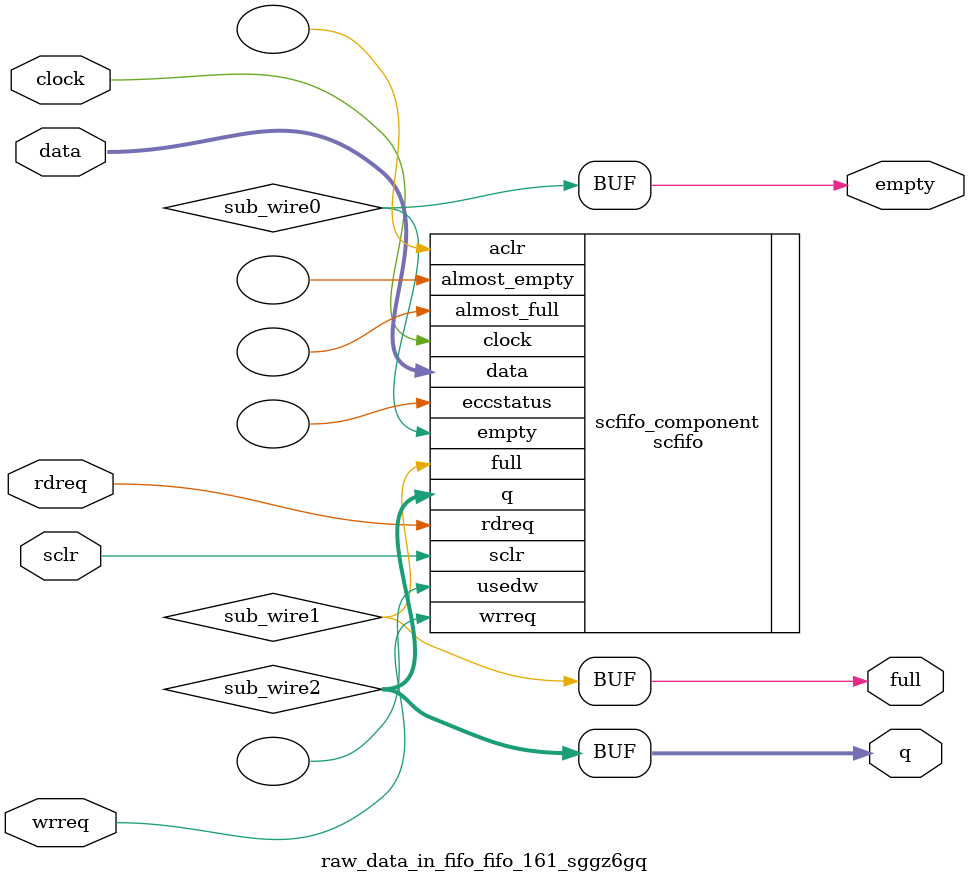
<source format=v>



`timescale 1 ps / 1 ps
// synopsys translate_on
module  raw_data_in_fifo_fifo_161_sggz6gq  (
    clock,
    data,
    rdreq,
    sclr,
    wrreq,
    empty,
    full,
    q);

    input    clock;
    input  [31:0]  data;
    input    rdreq;
    input    sclr;
    input    wrreq;
    output   empty;
    output   full;
    output [31:0]  q;

    wire  sub_wire0;
    wire  sub_wire1;
    wire [31:0] sub_wire2;
    wire  empty = sub_wire0;
    wire  full = sub_wire1;
    wire [31:0] q = sub_wire2[31:0];

    scfifo  scfifo_component (
                .clock (clock),
                .data (data),
                .rdreq (rdreq),
                .sclr (sclr),
                .wrreq (wrreq),
                .empty (sub_wire0),
                .full (sub_wire1),
                .q (sub_wire2),
                .aclr (),
                .almost_empty (),
                .almost_full (),
                .eccstatus (),
                .usedw ());
    defparam
        scfifo_component.add_ram_output_register  = "ON",
        scfifo_component.enable_ecc  = "FALSE",
        scfifo_component.intended_device_family  = "Arria 10",
        scfifo_component.lpm_numwords  = 1024,
        scfifo_component.lpm_showahead  = "OFF",
        scfifo_component.lpm_type  = "scfifo",
        scfifo_component.lpm_width  = 32,
        scfifo_component.lpm_widthu  = 10,
        scfifo_component.overflow_checking  = "ON",
        scfifo_component.underflow_checking  = "ON",
        scfifo_component.use_eab  = "ON";


endmodule



</source>
